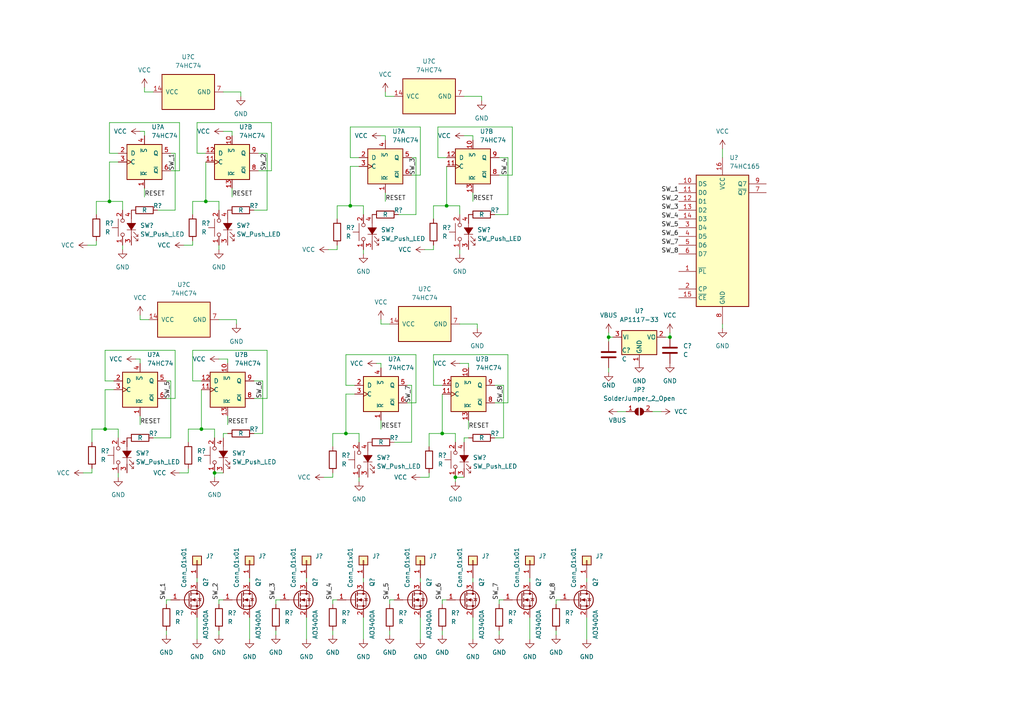
<source format=kicad_sch>
(kicad_sch (version 20211123) (generator eeschema)
  (paper "A4")
  (lib_symbols
    (symbol "74xx:74HC165"
      (property "Reference" "U" (at -7.62 19.05 0))
      (property "Value" "74HC165" (at -7.62 -21.59 0))
      (symbol "74HC165_1_0"
        (pin input line (at -12.7 -10.16 0) (length 5.08) (name "~{PL}") (number "1"))
        (pin input line (at -12.7 15.24 0) (length 5.08) (name "DS") (number "10"))
        (pin input line (at -12.7 12.7 0) (length 5.08) (name "D0") (number "11"))
        (pin input line (at -12.7 10.16 0) (length 5.08) (name "D1") (number "12"))
        (pin input line (at -12.7 7.62 0) (length 5.08) (name "D2") (number "13"))
        (pin input line (at -12.7 5.08 0) (length 5.08) (name "D3") (number "14"))
        (pin input line (at -12.7 -17.78 0) (length 5.08) (name "~{CE}") (number "15"))
        (pin power_in line (at 0 22.86 270) (length 5.08) (name "VCC") (number "16"))
        (pin input line (at -12.7 -15.24 0) (length 5.08) (name "CP") (number "2"))
        (pin input line (at -12.7 2.54 0) (length 5.08) (name "D4") (number "3"))
        (pin input line (at -12.7 0 0) (length 5.08) (name "D5") (number "4"))
        (pin input line (at -12.7 -2.54 0) (length 5.08) (name "D6") (number "5"))
        (pin input line (at -12.7 -5.08 0) (length 5.08) (name "D7") (number "6"))
        (pin output line (at 12.7 12.7 180) (length 5.08) (name "~{Q7}") (number "7"))
        (pin power_in line (at 0 -25.4 90) (length 5.08) (name "GND") (number "8"))
        (pin output line (at 12.7 15.24 180) (length 5.08) (name "Q7") (number "9"))
      )
      (symbol "74HC165_1_1"
        (rectangle (start -7.62 17.78) (end 7.62 -20.32) (stroke (width 0.254)) (fill (type background)))
      )
    )
    (symbol "74xx:74HC74" (pin_names (offset 1.016))
      (property "Reference" "U" (at -7.62 8.89 0))
      (property "Value" "74HC74" (at -7.62 -8.89 0))
      (symbol "74HC74_1_0"
        (pin input line (at 0 -7.62 90) (length 2.54) (name "~{R}") (number "1"))
        (pin input line (at -7.62 2.54 0) (length 2.54) (name "D") (number "2"))
        (pin input clock (at -7.62 0 0) (length 2.54) (name "C") (number "3"))
        (pin input line (at 0 7.62 270) (length 2.54) (name "~{S}") (number "4"))
        (pin output line (at 7.62 2.54 180) (length 2.54) (name "Q") (number "5"))
        (pin output line (at 7.62 -2.54 180) (length 2.54) (name "~{Q}") (number "6"))
      )
      (symbol "74HC74_1_1"
        (rectangle (start -5.08 5.08) (end 5.08 -5.08) (stroke (width 0.254)) (fill (type background)))
      )
      (symbol "74HC74_2_0"
        (pin input line (at 0 7.62 270) (length 2.54) (name "~{S}") (number "10"))
        (pin input clock (at -7.62 0 0) (length 2.54) (name "C") (number "11"))
        (pin input line (at -7.62 2.54 0) (length 2.54) (name "D") (number "12"))
        (pin input line (at 0 -7.62 90) (length 2.54) (name "~{R}") (number "13"))
        (pin output line (at 7.62 -2.54 180) (length 2.54) (name "~{Q}") (number "8"))
        (pin output line (at 7.62 2.54 180) (length 2.54) (name "Q") (number "9"))
      )
      (symbol "74HC74_2_1"
        (rectangle (start -5.08 5.08) (end 5.08 -5.08) (stroke (width 0.254)) (fill (type background)))
      )
      (symbol "74HC74_3_0"
        (pin power_in line (at 0 10.16 270) (length 2.54) (name "VCC") (number "14"))
        (pin power_in line (at 0 -10.16 90) (length 2.54) (name "GND") (number "7"))
      )
      (symbol "74HC74_3_1"
        (rectangle (start -5.08 7.62) (end 5.08 -7.62) (stroke (width 0.254)) (fill (type background)))
      )
    )
    (symbol "Connector_Generic:Conn_01x01" (pin_names (offset 1.016) hide)
      (property "Reference" "J" (at 0 2.54 0))
      (property "Value" "Conn_01x01" (at 0 -2.54 0))
      (symbol "Conn_01x01_1_1"
        (rectangle (start -1.27 0.127) (end 0 -0.127) (stroke (width 0.1524)))
        (rectangle (start -1.27 1.27) (end 1.27 -1.27) (stroke (width 0.254)) (fill (type background)))
        (pin passive line (at -5.08 0 0) (length 3.81) (name "Pin_1") (number "1"))
      )
    )
    (symbol "Device:C" (pin_numbers hide) (pin_names (offset 0.254))
      (property "Reference" "C" (at 0.635 2.54 0))
      (property "Value" "C" (at 0.635 -2.54 0))
      (symbol "C_0_1"
        (polyline (pts (xy -2.032 -0.762) (xy 2.032 -0.762)) (stroke (width 0.508)))
        (polyline (pts (xy -2.032 0.762) (xy 2.032 0.762)) (stroke (width 0.508)))
      )
      (symbol "C_1_1"
        (pin passive line (at 0 3.81 270) (length 2.794) (name "~") (number "1"))
        (pin passive line (at 0 -3.81 90) (length 2.794) (name "~") (number "2"))
      )
    )
    (symbol "Device:R" (pin_numbers hide) (pin_names (offset 0))
      (property "Reference" "R" (at 2.032 0 90))
      (property "Value" "R" (at 0 0 90))
      (symbol "R_0_1"
        (rectangle (start -1.016 -2.54) (end 1.016 2.54) (stroke (width 0.254)))
      )
      (symbol "R_1_1"
        (pin passive line (at 0 3.81 270) (length 1.27) (name "~") (number "1"))
        (pin passive line (at 0 -3.81 90) (length 1.27) (name "~") (number "2"))
      )
    )
    (symbol "Jumper:SolderJumper_2_Open" (pin_names (offset 0) hide)
      (property "Reference" "JP" (at 0 2.032 0))
      (property "Value" "SolderJumper_2_Open" (at 0 -2.54 0))
      (symbol "SolderJumper_2_Open_0_1"
        (arc (start -0.254 1.016) (mid -1.27 0) (end -0.254 -1.016))
        (arc (start -0.254 1.016) (mid -1.27 0) (end -0.254 -1.016) (fill (type outline)))
        (polyline (pts (xy -0.254 1.016) (xy -0.254 -1.016)))
        (polyline (pts (xy 0.254 1.016) (xy 0.254 -1.016)))
        (arc (start 0.254 -1.016) (mid 1.27 0) (end 0.254 1.016))
        (arc (start 0.254 -1.016) (mid 1.27 0) (end 0.254 1.016) (fill (type outline)))
      )
      (symbol "SolderJumper_2_Open_1_1"
        (pin passive line (at -3.81 0 0) (length 2.54) (name "A") (number "1"))
        (pin passive line (at 3.81 0 180) (length 2.54) (name "B") (number "2"))
      )
    )
    (symbol "Regulator_Linear:AP1117-33" (pin_names (offset 0.254))
      (property "Reference" "U" (at -3.81 3.175 0))
      (property "Value" "AP1117-33" (at 0 3.175 0))
      (symbol "AP1117-33_0_1"
        (rectangle (start -5.08 -5.08) (end 5.08 1.905) (stroke (width 0.254)) (fill (type background)))
      )
      (symbol "AP1117-33_1_1"
        (pin power_in line (at 0 -7.62 90) (length 2.54) (name "GND") (number "1"))
        (pin power_out line (at 7.62 0 180) (length 2.54) (name "VO") (number "2"))
        (pin power_in line (at -7.62 0 0) (length 2.54) (name "VI") (number "3"))
      )
    )
    (symbol "Switch:SW_Push_LED" (pin_names (offset 1.016) hide)
      (property "Reference" "SW" (at 0.635 5.715 0))
      (property "Value" "SW_Push_LED" (at 0 -3.175 0))
      (symbol "SW_Push_LED_0_0"
        (polyline (pts (xy -3.81 -1.905) (xy -2.54 -0.635)))
        (polyline (pts (xy -2.54 -1.905) (xy -1.27 -0.635)))
        (polyline (pts (xy -2.54 0) (xy 2.54 0)))
        (polyline (pts (xy -0.635 1.27) (xy -0.635 -1.27)))
        (polyline (pts (xy -3.81 -1.27) (xy -3.81 -1.905) (xy -3.175 -1.905)))
        (polyline (pts (xy -2.54 -1.27) (xy -2.54 -1.905) (xy -1.905 -1.905)))
        (polyline (pts (xy -0.635 0) (xy 1.27 1.27) (xy 1.27 -1.27) (xy -0.635 0)) (fill (type outline)))
      )
      (symbol "SW_Push_LED_0_1"
        (circle (center -2.032 2.54) (radius 0.508))
        (polyline (pts (xy 0 3.81) (xy 0 5.588)))
        (polyline (pts (xy 2.54 3.81) (xy -2.54 3.81)))
        (circle (center 2.032 2.54) (radius 0.508))
        (pin passive line (at -5.08 2.54 0) (length 2.54) (name "1") (number "1"))
        (pin passive line (at 5.08 2.54 180) (length 2.54) (name "2") (number "2"))
        (pin passive line (at -5.08 0 0) (length 2.54) (name "K") (number "3"))
        (pin passive line (at 5.08 0 180) (length 2.54) (name "A") (number "4"))
      )
    )
    (symbol "Transistor_FET:AO3400A" (pin_names hide)
      (property "Reference" "Q" (at 5.08 1.905 0))
      (property "Value" "AO3400A" (at 5.08 0 0))
      (symbol "AO3400A_0_1"
        (polyline (pts (xy 0.254 0) (xy -2.54 0)))
        (polyline (pts (xy 0.254 1.905) (xy 0.254 -1.905)) (stroke (width 0.254)))
        (polyline (pts (xy 0.762 -1.27) (xy 0.762 -2.286)) (stroke (width 0.254)))
        (polyline (pts (xy 0.762 0.508) (xy 0.762 -0.508)) (stroke (width 0.254)))
        (polyline (pts (xy 0.762 2.286) (xy 0.762 1.27)) (stroke (width 0.254)))
        (polyline (pts (xy 2.54 2.54) (xy 2.54 1.778)))
        (polyline (pts (xy 2.54 -2.54) (xy 2.54 0) (xy 0.762 0)))
        (polyline (pts (xy 0.762 -1.778) (xy 3.302 -1.778) (xy 3.302 1.778) (xy 0.762 1.778)))
        (polyline (pts (xy 1.016 0) (xy 2.032 0.381) (xy 2.032 -0.381) (xy 1.016 0)) (fill (type outline)))
        (polyline (pts (xy 2.794 0.508) (xy 2.921 0.381) (xy 3.683 0.381) (xy 3.81 0.254)))
        (polyline (pts (xy 3.302 0.381) (xy 2.921 -0.254) (xy 3.683 -0.254) (xy 3.302 0.381)))
        (circle (center 1.651 0) (radius 2.794) (stroke (width 0.254)))
        (circle (center 2.54 -1.778) (radius 0.254) (fill (type outline)))
        (circle (center 2.54 1.778) (radius 0.254) (fill (type outline)))
      )
      (symbol "AO3400A_1_1"
        (pin input line (at -5.08 0 0) (length 2.54) (name "G") (number "1"))
        (pin passive line (at 2.54 -5.08 90) (length 2.54) (name "S") (number "2"))
        (pin passive line (at 2.54 5.08 270) (length 2.54) (name "D") (number "3"))
      )
    )
    (symbol "power:GND" (power) (pin_names (offset 0))
      (property "Value" "GND" (at 0 -3.81 0))
      (symbol "GND_0_1"
        (polyline (pts (xy 0 0) (xy 0 -1.27) (xy 1.27 -1.27) (xy 0 -2.54) (xy -1.27 -1.27) (xy 0 -1.27)))
      )
      (symbol "GND_1_1"
        (pin power_in line (at 0 0 270) (length 0) hide (name "GND") (number "1"))
      )
    )
    (symbol "power:VBUS" (power) (pin_names (offset 0))
      (property "Value" "VBUS" (at 0 3.81 0))
      (symbol "VBUS_0_1"
        (polyline (pts (xy -0.762 1.27) (xy 0 2.54)))
        (polyline (pts (xy 0 0) (xy 0 2.54)))
        (polyline (pts (xy 0 2.54) (xy 0.762 1.27)))
      )
      (symbol "VBUS_1_1"
        (pin power_in line (at 0 0 90) (length 0) hide (name "VBUS") (number "1"))
      )
    )
    (symbol "power:VCC" (power) (pin_names (offset 0))
      (property "Value" "VCC" (at 0 3.81 0))
      (symbol "VCC_0_1"
        (polyline (pts (xy -0.762 1.27) (xy 0 2.54)))
        (polyline (pts (xy 0 0) (xy 0 2.54)))
        (polyline (pts (xy 0 2.54) (xy 0.762 1.27)))
      )
      (symbol "VCC_1_1"
        (pin power_in line (at 0 0 90) (length 0) hide (name "VCC") (number "1"))
      )
    )
  )
  (junction (at 101.6 59.69))
  (junction (at 194.31 97.79))
  (junction (at 129.54 59.69))
  (junction (at 62.23 137.16))
  (junction (at 58.42 124.46))
  (junction (at 128.27 125.73))
  (junction (at 100.33 125.73))
  (junction (at 59.69 58.42))
  (junction (at 176.53 97.79))
  (junction (at 132.08 138.43))
  (junction (at 30.48 124.46))
  (junction (at 31.75 58.42))
  (wire (pts (xy 88.9 167.64) (xy 88.9 168.91)))
  (wire (pts (xy 58.42 124.46) (xy 62.23 124.46)))
  (wire (pts (xy 144.78 173.99) (xy 146.05 173.99)))
  (wire (pts (xy 55.88 71.12) (xy 55.88 69.85)))
  (wire (pts (xy 143.51 62.23) (xy 147.32 62.23)))
  (wire (pts (xy 49.53 49.53) (xy 52.07 49.53)))
  (wire (pts (xy 119.38 45.72) (xy 120.65 45.72)))
  (wire (pts (xy 63.5 173.99) (xy 64.77 173.99)))
  (wire (pts (xy 41.91 25.4) (xy 41.91 26.67)))
  (wire (pts (xy 120.65 102.87) (xy 100.33 102.87)))
  (wire (pts (xy 59.69 58.42) (xy 59.69 46.99)))
  (wire (pts (xy 73.66 115.57) (xy 77.47 115.57)))
  (wire (pts (xy 80.01 175.26) (xy 80.01 173.99)))
  (wire (pts (xy 120.65 62.23) (xy 120.65 45.72)))
  (wire (pts (xy 113.03 182.88) (xy 113.03 184.15)))
  (wire (pts (xy 115.57 62.23) (xy 120.65 62.23)))
  (wire (pts (xy 135.89 121.92) (xy 135.89 124.46)))
  (wire (pts (xy 57.15 35.56) (xy 57.15 44.45)))
  (wire (pts (xy 49.53 127) (xy 49.53 110.49)))
  (wire (pts (xy 176.53 106.68) (xy 176.53 107.95)))
  (wire (pts (xy 113.03 173.99) (xy 114.3 173.99)))
  (wire (pts (xy 26.67 137.16) (xy 26.67 135.89)))
  (wire (pts (xy 121.92 50.8) (xy 121.92 36.83)))
  (wire (pts (xy 31.75 35.56) (xy 31.75 44.45)))
  (wire (pts (xy 138.43 95.25) (xy 138.43 93.98)))
  (wire (pts (xy 26.67 128.27) (xy 26.67 124.46)))
  (wire (pts (xy 134.62 39.37) (xy 137.16 39.37)))
  (wire (pts (xy 54.61 137.16) (xy 54.61 135.89)))
  (wire (pts (xy 62.23 137.16) (xy 64.77 137.16)))
  (wire (pts (xy 93.98 138.43) (xy 96.52 138.43)))
  (wire (pts (xy 143.51 116.84) (xy 147.32 116.84)))
  (wire (pts (xy 49.53 44.45) (xy 50.8 44.45)))
  (wire (pts (xy 59.69 58.42) (xy 63.5 58.42)))
  (wire (pts (xy 110.49 105.41) (xy 110.49 106.68)))
  (wire (pts (xy 121.92 36.83) (xy 101.6 36.83)))
  (wire (pts (xy 34.29 137.16) (xy 34.29 138.43)))
  (wire (pts (xy 64.77 125.73) (xy 66.04 125.73)))
  (wire (pts (xy 50.8 101.6) (xy 30.48 101.6)))
  (wire (pts (xy 153.67 167.64) (xy 153.67 168.91)))
  (wire (pts (xy 45.72 60.96) (xy 50.8 60.96)))
  (wire (pts (xy 41.91 26.67) (xy 44.45 26.67)))
  (wire (pts (xy 176.53 96.52) (xy 176.53 97.79)))
  (wire (pts (xy 110.49 39.37) (xy 111.76 39.37)))
  (wire (pts (xy 133.35 72.39) (xy 133.35 73.66)))
  (wire (pts (xy 24.13 137.16) (xy 26.67 137.16)))
  (wire (pts (xy 40.64 91.44) (xy 40.64 92.71)))
  (wire (pts (xy 105.41 179.07) (xy 105.41 185.42)))
  (wire (pts (xy 54.61 124.46) (xy 58.42 124.46)))
  (wire (pts (xy 176.53 97.79) (xy 176.53 99.06)))
  (wire (pts (xy 40.64 104.14) (xy 40.64 105.41)))
  (wire (pts (xy 77.47 60.96) (xy 77.47 44.45)))
  (wire (pts (xy 148.59 50.8) (xy 148.59 36.83)))
  (wire (pts (xy 67.31 38.1) (xy 67.31 39.37)))
  (wire (pts (xy 110.49 121.92) (xy 110.49 124.46)))
  (wire (pts (xy 34.29 124.46) (xy 34.29 127)))
  (wire (pts (xy 119.38 128.27) (xy 119.38 111.76)))
  (wire (pts (xy 137.16 39.37) (xy 137.16 40.64)))
  (wire (pts (xy 121.92 167.64) (xy 121.92 168.91)))
  (wire (pts (xy 137.16 167.64) (xy 137.16 168.91)))
  (wire (pts (xy 78.74 49.53) (xy 78.74 35.56)))
  (wire (pts (xy 134.62 127) (xy 135.89 127)))
  (wire (pts (xy 125.73 102.87) (xy 125.73 111.76)))
  (wire (pts (xy 41.91 38.1) (xy 41.91 39.37)))
  (wire (pts (xy 179.07 119.38) (xy 181.61 119.38)))
  (wire (pts (xy 78.74 35.56) (xy 57.15 35.56)))
  (wire (pts (xy 50.8 115.57) (xy 50.8 101.6)))
  (wire (pts (xy 125.73 63.5) (xy 125.73 59.69)))
  (wire (pts (xy 101.6 48.26) (xy 104.14 48.26)))
  (wire (pts (xy 101.6 59.69) (xy 105.41 59.69)))
  (wire (pts (xy 120.65 116.84) (xy 120.65 102.87)))
  (wire (pts (xy 132.08 138.43) (xy 132.08 139.7)))
  (wire (pts (xy 125.73 111.76) (xy 128.27 111.76)))
  (wire (pts (xy 111.76 55.88) (xy 111.76 58.42)))
  (wire (pts (xy 96.52 173.99) (xy 97.79 173.99)))
  (wire (pts (xy 68.58 92.71) (xy 63.5 92.71)))
  (wire (pts (xy 35.56 71.12) (xy 35.56 72.39)))
  (wire (pts (xy 97.79 72.39) (xy 97.79 71.12)))
  (wire (pts (xy 111.76 39.37) (xy 111.76 40.64)))
  (wire (pts (xy 69.85 26.67) (xy 64.77 26.67)))
  (wire (pts (xy 105.41 59.69) (xy 105.41 62.23)))
  (wire (pts (xy 101.6 45.72) (xy 104.14 45.72)))
  (wire (pts (xy 111.76 27.94) (xy 114.3 27.94)))
  (wire (pts (xy 50.8 60.96) (xy 50.8 44.45)))
  (wire (pts (xy 40.64 120.65) (xy 40.64 123.19)))
  (wire (pts (xy 52.07 49.53) (xy 52.07 35.56)))
  (wire (pts (xy 40.64 38.1) (xy 41.91 38.1)))
  (wire (pts (xy 72.39 179.07) (xy 72.39 185.42)))
  (wire (pts (xy 48.26 173.99) (xy 49.53 173.99)))
  (wire (pts (xy 30.48 113.03) (xy 33.02 113.03)))
  (wire (pts (xy 27.94 71.12) (xy 27.94 69.85)))
  (wire (pts (xy 76.2 110.49) (xy 76.2 125.73)))
  (wire (pts (xy 114.3 128.27) (xy 119.38 128.27)))
  (wire (pts (xy 123.19 72.39) (xy 125.73 72.39)))
  (wire (pts (xy 100.33 125.73) (xy 104.14 125.73)))
  (wire (pts (xy 44.45 127) (xy 49.53 127)))
  (wire (pts (xy 30.48 124.46) (xy 34.29 124.46)))
  (wire (pts (xy 26.67 124.46) (xy 30.48 124.46)))
  (wire (pts (xy 35.56 58.42) (xy 35.56 60.96)))
  (wire (pts (xy 133.35 105.41) (xy 135.89 105.41)))
  (wire (pts (xy 121.92 179.07) (xy 121.92 185.42)))
  (wire (pts (xy 73.66 110.49) (xy 76.2 110.49)))
  (wire (pts (xy 153.67 179.07) (xy 153.67 185.42)))
  (wire (pts (xy 77.47 115.57) (xy 77.47 101.6)))
  (wire (pts (xy 80.01 182.88) (xy 80.01 184.15)))
  (wire (pts (xy 125.73 72.39) (xy 125.73 71.12)))
  (wire (pts (xy 27.94 62.23) (xy 27.94 58.42)))
  (wire (pts (xy 146.05 111.76) (xy 146.05 127)))
  (wire (pts (xy 144.78 50.8) (xy 148.59 50.8)))
  (wire (pts (xy 147.32 102.87) (xy 125.73 102.87)))
  (wire (pts (xy 139.7 29.21) (xy 139.7 27.94)))
  (wire (pts (xy 118.11 111.76) (xy 119.38 111.76)))
  (wire (pts (xy 139.7 27.94) (xy 134.62 27.94)))
  (wire (pts (xy 31.75 58.42) (xy 35.56 58.42)))
  (wire (pts (xy 109.22 105.41) (xy 110.49 105.41)))
  (wire (pts (xy 148.59 36.83) (xy 127 36.83)))
  (wire (pts (xy 138.43 93.98) (xy 133.35 93.98)))
  (wire (pts (xy 55.88 110.49) (xy 58.42 110.49)))
  (wire (pts (xy 30.48 124.46) (xy 30.48 113.03)))
  (wire (pts (xy 66.04 104.14) (xy 66.04 105.41)))
  (wire (pts (xy 76.2 125.73) (xy 73.66 125.73)))
  (wire (pts (xy 48.26 110.49) (xy 49.53 110.49)))
  (wire (pts (xy 161.29 173.99) (xy 162.56 173.99)))
  (wire (pts (xy 74.93 49.53) (xy 78.74 49.53)))
  (wire (pts (xy 67.31 54.61) (xy 67.31 57.15)))
  (wire (pts (xy 128.27 175.26) (xy 128.27 173.99)))
  (wire (pts (xy 113.03 175.26) (xy 113.03 173.99)))
  (wire (pts (xy 95.25 72.39) (xy 97.79 72.39)))
  (wire (pts (xy 31.75 46.99) (xy 34.29 46.99)))
  (wire (pts (xy 74.93 44.45) (xy 77.47 44.45)))
  (wire (pts (xy 111.76 26.67) (xy 111.76 27.94)))
  (wire (pts (xy 100.33 102.87) (xy 100.33 111.76)))
  (wire (pts (xy 48.26 182.88) (xy 48.26 184.15)))
  (wire (pts (xy 96.52 138.43) (xy 96.52 137.16)))
  (wire (pts (xy 176.53 97.79) (xy 177.8 97.79)))
  (wire (pts (xy 31.75 44.45) (xy 34.29 44.45)))
  (wire (pts (xy 52.07 137.16) (xy 54.61 137.16)))
  (wire (pts (xy 134.62 128.27) (xy 134.62 127)))
  (wire (pts (xy 96.52 129.54) (xy 96.52 125.73)))
  (wire (pts (xy 64.77 127) (xy 64.77 125.73)))
  (wire (pts (xy 101.6 36.83) (xy 101.6 45.72)))
  (wire (pts (xy 105.41 167.64) (xy 105.41 168.91)))
  (wire (pts (xy 124.46 129.54) (xy 124.46 125.73)))
  (wire (pts (xy 100.33 125.73) (xy 100.33 114.3)))
  (wire (pts (xy 96.52 175.26) (xy 96.52 173.99)))
  (wire (pts (xy 31.75 58.42) (xy 31.75 46.99)))
  (wire (pts (xy 124.46 125.73) (xy 128.27 125.73)))
  (wire (pts (xy 147.32 62.23) (xy 147.32 45.72)))
  (wire (pts (xy 110.49 92.71) (xy 110.49 93.98)))
  (wire (pts (xy 144.78 45.72) (xy 147.32 45.72)))
  (wire (pts (xy 105.41 72.39) (xy 105.41 73.66)))
  (wire (pts (xy 63.5 175.26) (xy 63.5 173.99)))
  (wire (pts (xy 68.58 93.98) (xy 68.58 92.71)))
  (wire (pts (xy 129.54 59.69) (xy 129.54 48.26)))
  (wire (pts (xy 194.31 96.52) (xy 194.31 97.79)))
  (wire (pts (xy 97.79 63.5) (xy 97.79 59.69)))
  (wire (pts (xy 62.23 137.16) (xy 62.23 138.43)))
  (wire (pts (xy 25.4 71.12) (xy 27.94 71.12)))
  (wire (pts (xy 80.01 173.99) (xy 81.28 173.99)))
  (wire (pts (xy 63.5 58.42) (xy 63.5 60.96)))
  (wire (pts (xy 97.79 59.69) (xy 101.6 59.69)))
  (wire (pts (xy 55.88 101.6) (xy 55.88 110.49)))
  (wire (pts (xy 69.85 27.94) (xy 69.85 26.67)))
  (wire (pts (xy 48.26 175.26) (xy 48.26 173.99)))
  (wire (pts (xy 101.6 59.69) (xy 101.6 48.26)))
  (wire (pts (xy 55.88 58.42) (xy 59.69 58.42)))
  (wire (pts (xy 100.33 111.76) (xy 102.87 111.76)))
  (wire (pts (xy 96.52 125.73) (xy 100.33 125.73)))
  (wire (pts (xy 30.48 110.49) (xy 33.02 110.49)))
  (wire (pts (xy 128.27 173.99) (xy 129.54 173.99)))
  (wire (pts (xy 121.92 138.43) (xy 124.46 138.43)))
  (wire (pts (xy 143.51 111.76) (xy 146.05 111.76)))
  (wire (pts (xy 53.34 71.12) (xy 55.88 71.12)))
  (wire (pts (xy 119.38 50.8) (xy 121.92 50.8)))
  (wire (pts (xy 52.07 35.56) (xy 31.75 35.56)))
  (wire (pts (xy 40.64 92.71) (xy 43.18 92.71)))
  (wire (pts (xy 161.29 182.88) (xy 161.29 184.15)))
  (wire (pts (xy 127 45.72) (xy 129.54 45.72)))
  (wire (pts (xy 133.35 59.69) (xy 133.35 62.23)))
  (wire (pts (xy 144.78 182.88) (xy 144.78 184.15)))
  (wire (pts (xy 209.55 93.98) (xy 209.55 95.25)))
  (wire (pts (xy 27.94 58.42) (xy 31.75 58.42)))
  (wire (pts (xy 137.16 179.07) (xy 137.16 185.42)))
  (wire (pts (xy 63.5 182.88) (xy 63.5 184.15)))
  (wire (pts (xy 194.31 97.79) (xy 193.04 97.79)))
  (wire (pts (xy 77.47 101.6) (xy 55.88 101.6)))
  (wire (pts (xy 100.33 114.3) (xy 102.87 114.3)))
  (wire (pts (xy 57.15 167.64) (xy 57.15 168.91)))
  (wire (pts (xy 144.78 175.26) (xy 144.78 173.99)))
  (wire (pts (xy 54.61 128.27) (xy 54.61 124.46)))
  (wire (pts (xy 110.49 93.98) (xy 113.03 93.98)))
  (wire (pts (xy 57.15 44.45) (xy 59.69 44.45)))
  (wire (pts (xy 39.37 104.14) (xy 40.64 104.14)))
  (wire (pts (xy 118.11 116.84) (xy 120.65 116.84)))
  (wire (pts (xy 146.05 127) (xy 143.51 127)))
  (wire (pts (xy 124.46 138.43) (xy 124.46 137.16)))
  (wire (pts (xy 104.14 125.73) (xy 104.14 128.27)))
  (wire (pts (xy 161.29 175.26) (xy 161.29 173.99)))
  (wire (pts (xy 58.42 124.46) (xy 58.42 113.03)))
  (wire (pts (xy 104.14 138.43) (xy 104.14 139.7)))
  (wire (pts (xy 96.52 182.88) (xy 96.52 184.15)))
  (wire (pts (xy 128.27 182.88) (xy 128.27 184.15)))
  (wire (pts (xy 137.16 55.88) (xy 137.16 58.42)))
  (wire (pts (xy 129.54 59.69) (xy 133.35 59.69)))
  (wire (pts (xy 73.66 60.96) (xy 77.47 60.96)))
  (wire (pts (xy 128.27 125.73) (xy 128.27 114.3)))
  (wire (pts (xy 189.23 119.38) (xy 191.77 119.38)))
  (wire (pts (xy 135.89 105.41) (xy 135.89 106.68)))
  (wire (pts (xy 41.91 54.61) (xy 41.91 57.15)))
  (wire (pts (xy 63.5 71.12) (xy 63.5 72.39)))
  (wire (pts (xy 170.18 167.64) (xy 170.18 168.91)))
  (wire (pts (xy 125.73 59.69) (xy 129.54 59.69)))
  (wire (pts (xy 48.26 115.57) (xy 50.8 115.57)))
  (wire (pts (xy 55.88 62.23) (xy 55.88 58.42)))
  (wire (pts (xy 72.39 167.64) (xy 72.39 168.91)))
  (wire (pts (xy 127 36.83) (xy 127 45.72)))
  (wire (pts (xy 147.32 116.84) (xy 147.32 102.87)))
  (wire (pts (xy 63.5 104.14) (xy 66.04 104.14)))
  (wire (pts (xy 57.15 179.07) (xy 57.15 185.42)))
  (wire (pts (xy 128.27 125.73) (xy 132.08 125.73)))
  (wire (pts (xy 88.9 179.07) (xy 88.9 185.42)))
  (wire (pts (xy 132.08 138.43) (xy 134.62 138.43)))
  (wire (pts (xy 64.77 38.1) (xy 67.31 38.1)))
  (wire (pts (xy 66.04 120.65) (xy 66.04 123.19)))
  (wire (pts (xy 30.48 101.6) (xy 30.48 110.49)))
  (wire (pts (xy 209.55 43.18) (xy 209.55 45.72)))
  (wire (pts (xy 132.08 125.73) (xy 132.08 128.27)))
  (wire (pts (xy 62.23 124.46) (xy 62.23 127)))
  (wire (pts (xy 170.18 179.07) (xy 170.18 185.42)))
  (label "SW_4" (at 147.32 45.72 270))
  (label "SW_2" (at 63.5 173.99 90))
  (label "RESET" (at 135.89 124.46 0))
  (label "SW_7" (at 196.85 71.12 180))
  (label "RESET" (at 40.64 123.19 0))
  (label "SW_3" (at 196.85 60.96 180))
  (label "SW_5" (at 113.03 173.99 90))
  (label "SW_6" (at 128.27 173.99 90))
  (label "RESET" (at 110.49 124.46 0))
  (label "SW_4" (at 96.52 173.99 90))
  (label "SW_3" (at 80.01 173.99 90))
  (label "RESET" (at 67.31 57.15 0))
  (label "SW_5" (at 49.53 110.49 270))
  (label "RESET" (at 66.04 123.19 0))
  (label "SW_6" (at 76.2 110.49 270))
  (label "SW_2" (at 77.47 44.45 270))
  (label "SW_1" (at 50.8 44.45 270))
  (label "SW_6" (at 196.85 68.58 180))
  (label "SW_4" (at 196.85 63.5 180))
  (label "SW_1" (at 48.26 173.99 90))
  (label "SW_2" (at 196.85 58.42 180))
  (label "RESET" (at 41.91 57.15 0))
  (label "SW_5" (at 196.85 66.04 180))
  (label "SW_3" (at 120.65 45.72 270))
  (label "SW_8" (at 196.85 73.66 180))
  (label "RESET" (at 137.16 58.42 0))
  (label "RESET" (at 111.76 58.42 0))
  (label "SW_7" (at 119.38 111.76 270))
  (label "SW_8" (at 146.05 111.76 270))
  (label "SW_1" (at 196.85 55.88 180))
  (label "SW_8" (at 161.29 173.99 90))
  (label "SW_7" (at 144.78 173.99 90))
  (symbol (lib_id "Device:R") (at 139.7 62.23 90) (unit 1)
    (property "Reference" "R?" (at 143.51 60.96 90))
    (property "Value" "R" (at 139.7 62.23 90))
  )
  (symbol (lib_id "Device:R") (at 113.03 179.07 0) (unit 1)
    (property "Reference" "R?" (at 115.57 177.7999 0) (effects (justify left)))
    (property "Value" "R" (at 115.57 180.3399 0) (effects (justify left)))
  )
  (symbol (lib_id "Device:R") (at 48.26 179.07 0) (unit 1)
    (property "Reference" "R?" (at 50.8 177.7999 0) (effects (justify left)))
    (property "Value" "R" (at 50.8 180.3399 0) (effects (justify left)))
  )
  (symbol (lib_id "Device:R") (at 69.85 60.96 90) (unit 1)
    (property "Reference" "R?" (at 73.66 59.69 90))
    (property "Value" "R" (at 69.85 60.96 90))
  )
  (symbol (lib_id "Switch:SW_Push_LED") (at 107.95 67.31 90) (unit 1)
    (property "Reference" "SW?" (at 110.49 66.6749 90) (effects (justify right)))
    (property "Value" "SW_Push_LED" (at 110.49 69.2149 90) (effects (justify right)))
  )
  (symbol (lib_id "power:GND") (at 170.18 185.42 0) (unit 1)
    (property "Reference" "#PWR?" (effects hide))
    (property "Value" "GND" (at 170.18 190.5 0))
  )
  (symbol (lib_id "Transistor_FET:AO3400A") (at 167.64 173.99 0) (unit 1)
    (property "Reference" "Q?" (at 172.72 170.18 90) (effects (justify left)))
    (property "Value" "AO3400A" (at 172.72 185.42 90) (effects (justify left)))
    (property "Footprint" "Package_TO_SOT_SMD:SOT-23" (effects hide))
    (property "Datasheet" "http://www.aosmd.com/pdfs/datasheet/AO3400A.pdf" (effects hide))
  )
  (symbol (lib_id "Transistor_FET:AO3400A") (at 119.38 173.99 0) (unit 1)
    (property "Reference" "Q?" (at 124.46 170.18 90) (effects (justify left)))
    (property "Value" "AO3400A" (at 124.46 185.42 90) (effects (justify left)))
    (property "Footprint" "Package_TO_SOT_SMD:SOT-23" (effects hide))
    (property "Datasheet" "http://www.aosmd.com/pdfs/datasheet/AO3400A.pdf" (effects hide))
  )
  (symbol (lib_id "power:GND") (at 63.5 72.39 0) (unit 1)
    (property "Reference" "#PWR?" (effects hide))
    (property "Value" "GND" (at 63.5 77.47 0))
  )
  (symbol (lib_id "Device:R") (at 96.52 179.07 0) (unit 1)
    (property "Reference" "R?" (at 99.06 177.7999 0) (effects (justify left)))
    (property "Value" "R" (at 99.06 180.3399 0) (effects (justify left)))
  )
  (symbol (lib_id "power:VCC") (at 109.22 105.41 90) (unit 1)
    (property "Reference" "#PWR?" (effects hide))
    (property "Value" "VCC" (at 105.41 105.4099 90) (effects (justify left)))
  )
  (symbol (lib_id "Device:R") (at 80.01 179.07 0) (unit 1)
    (property "Reference" "R?" (at 82.55 177.7999 0) (effects (justify left)))
    (property "Value" "R" (at 82.55 180.3399 0) (effects (justify left)))
  )
  (symbol (lib_id "power:GND") (at 153.67 185.42 0) (unit 1)
    (property "Reference" "#PWR?" (effects hide))
    (property "Value" "GND" (at 153.67 190.5 0))
  )
  (symbol (lib_id "74xx:74HC74") (at 41.91 46.99 0) (unit 1)
    (property "Reference" "U?" (at 43.9294 36.83 0) (effects (justify left)))
    (property "Value" "74HC74" (at 43.9294 39.37 0) (effects (justify left)))
    (property "Datasheet" "74xx/74hc_hct74.pdf" (effects hide))
  )
  (symbol (lib_id "power:VCC") (at 134.62 39.37 90) (unit 1)
    (property "Reference" "#PWR?" (effects hide))
    (property "Value" "VCC" (at 130.81 39.3699 90) (effects (justify left)))
  )
  (symbol (lib_id "power:GND") (at 185.42 105.41 0) (unit 1)
    (property "Reference" "#PWR?" (effects hide))
    (property "Value" "GND" (at 185.42 110.49 0))
  )
  (symbol (lib_id "power:GND") (at 80.01 184.15 0) (unit 1)
    (property "Reference" "#PWR?" (effects hide))
    (property "Value" "GND" (at 80.01 189.23 0))
  )
  (symbol (lib_id "power:GND") (at 194.31 105.41 0) (unit 1)
    (property "Reference" "#PWR?" (effects hide))
    (property "Value" "GND" (at 194.31 110.49 0))
  )
  (symbol (lib_id "power:VCC") (at 25.4 71.12 90) (unit 1)
    (property "Reference" "#PWR?" (effects hide))
    (property "Value" "VCC" (at 21.59 71.1199 90) (effects (justify left)))
  )
  (symbol (lib_id "Transistor_FET:AO3400A") (at 86.36 173.99 0) (unit 1)
    (property "Reference" "Q?" (at 91.44 170.18 90) (effects (justify left)))
    (property "Value" "AO3400A" (at 91.44 185.42 90) (effects (justify left)))
    (property "Footprint" "Package_TO_SOT_SMD:SOT-23" (effects hide))
    (property "Datasheet" "http://www.aosmd.com/pdfs/datasheet/AO3400A.pdf" (effects hide))
  )
  (symbol (lib_id "power:VCC") (at 123.19 72.39 90) (unit 1)
    (property "Reference" "#PWR?" (effects hide))
    (property "Value" "VCC" (at 119.38 72.3899 90) (effects (justify left)))
  )
  (symbol (lib_id "Device:R") (at 97.79 67.31 0) (unit 1)
    (property "Reference" "R?" (at 100.33 66.0399 0) (effects (justify left)))
    (property "Value" "R" (at 100.33 68.5799 0) (effects (justify left)))
  )
  (symbol (lib_id "power:VCC") (at 40.64 91.44 0) (unit 1)
    (property "Reference" "#PWR?" (effects hide))
    (property "Value" "VCC" (at 40.64 86.36 0))
  )
  (symbol (lib_id "Jumper:SolderJumper_2_Open") (at 185.42 119.38 0) (unit 1)
    (property "Reference" "JP?" (at 185.42 113.03 0))
    (property "Value" "SolderJumper_2_Open" (at 185.42 115.57 0))
  )
  (symbol (lib_id "Device:R") (at 63.5 179.07 0) (unit 1)
    (property "Reference" "R?" (at 66.04 177.7999 0) (effects (justify left)))
    (property "Value" "R" (at 66.04 180.3399 0) (effects (justify left)))
  )
  (symbol (lib_id "power:VCC") (at 41.91 25.4 0) (unit 1)
    (property "Reference" "#PWR?" (effects hide))
    (property "Value" "VCC" (at 41.91 20.32 0))
  )
  (symbol (lib_id "power:GND") (at 96.52 184.15 0) (unit 1)
    (property "Reference" "#PWR?" (effects hide))
    (property "Value" "GND" (at 96.52 189.23 0))
  )
  (symbol (lib_id "Transistor_FET:AO3400A") (at 54.61 173.99 0) (unit 1)
    (property "Reference" "Q?" (at 59.69 170.18 90) (effects (justify left)))
    (property "Value" "AO3400A" (at 59.69 185.42 90) (effects (justify left)))
    (property "Footprint" "Package_TO_SOT_SMD:SOT-23" (effects hide))
    (property "Datasheet" "http://www.aosmd.com/pdfs/datasheet/AO3400A.pdf" (effects hide))
  )
  (symbol (lib_id "power:VCC") (at 133.35 105.41 90) (unit 1)
    (property "Reference" "#PWR?" (effects hide))
    (property "Value" "VCC" (at 129.54 105.4099 90) (effects (justify left)))
  )
  (symbol (lib_id "Switch:SW_Push_LED") (at 64.77 132.08 90) (unit 1)
    (property "Reference" "SW?" (at 67.31 131.4449 90) (effects (justify right)))
    (property "Value" "SW_Push_LED" (at 67.31 133.9849 90) (effects (justify right)))
  )
  (symbol (lib_id "power:GND") (at 128.27 184.15 0) (unit 1)
    (property "Reference" "#PWR?" (effects hide))
    (property "Value" "GND" (at 128.27 189.23 0))
  )
  (symbol (lib_id "Switch:SW_Push_LED") (at 106.68 133.35 90) (unit 1)
    (property "Reference" "SW?" (at 109.22 132.7149 90) (effects (justify right)))
    (property "Value" "SW_Push_LED" (at 109.22 135.2549 90) (effects (justify right)))
  )
  (symbol (lib_id "power:GND") (at 63.5 184.15 0) (unit 1)
    (property "Reference" "#PWR?" (effects hide))
    (property "Value" "GND" (at 63.5 189.23 0))
  )
  (symbol (lib_id "power:GND") (at 133.35 73.66 0) (unit 1)
    (property "Reference" "#PWR?" (effects hide))
    (property "Value" "GND" (at 133.35 78.74 0))
  )
  (symbol (lib_id "power:VCC") (at 52.07 137.16 90) (unit 1)
    (property "Reference" "#PWR?" (effects hide))
    (property "Value" "VCC" (at 48.26 137.1599 90) (effects (justify left)))
  )
  (symbol (lib_id "Device:C") (at 176.53 102.87 0) (unit 1)
    (property "Reference" "C?" (at 180.34 101.5999 0) (effects (justify left)))
    (property "Value" "C" (at 180.34 104.1399 0) (effects (justify left)))
  )
  (symbol (lib_id "power:VBUS") (at 179.07 119.38 90) (unit 1)
    (property "Reference" "#PWR?" (effects hide))
    (property "Value" "VBUS" (at 176.53 121.92 90) (effects (justify right)))
  )
  (symbol (lib_id "power:GND") (at 121.92 185.42 0) (unit 1)
    (property "Reference" "#PWR?" (effects hide))
    (property "Value" "GND" (at 121.92 190.5 0))
  )
  (symbol (lib_id "Regulator_Linear:AP1117-33") (at 185.42 97.79 0) (unit 1)
    (property "Reference" "U?" (at 185.42 90.17 0))
    (property "Value" "AP1117-33" (at 185.42 92.71 0))
    (property "Footprint" "Package_TO_SOT_SMD:SOT-223-3_TabPin2" (effects hide))
    (property "Datasheet" "http://www.diodes.com/datasheets/AP1117.pdf" (effects hide))
  )
  (symbol (lib_id "74xx:74HC165") (at 209.55 68.58 0) (unit 1)
    (property "Reference" "U?" (at 211.5694 45.72 0) (effects (justify left)))
    (property "Value" "74HC165" (at 211.5694 48.26 0) (effects (justify left)))
    (property "Datasheet" "https://assets.nexperia.com/documents/data-sheet/74HC_HCT165.pdf" (effects hide))
  )
  (symbol (lib_id "power:VCC") (at 209.55 43.18 0) (unit 1)
    (property "Reference" "#PWR?" (effects hide))
    (property "Value" "VCC" (at 209.55 38.1 0))
  )
  (symbol (lib_id "74xx:74HC74") (at 124.46 27.94 90) (unit 3)
    (property "Reference" "U?" (at 124.46 17.78 90))
    (property "Value" "74HC74" (at 124.46 20.32 90))
    (property "Datasheet" "74xx/74hc_hct74.pdf" (effects hide))
  )
  (symbol (lib_id "power:VCC") (at 111.76 26.67 0) (unit 1)
    (property "Reference" "#PWR?" (effects hide))
    (property "Value" "VCC" (at 111.76 21.59 0))
  )
  (symbol (lib_id "Device:R") (at 41.91 60.96 90) (unit 1)
    (property "Reference" "R?" (at 45.72 59.69 90))
    (property "Value" "R" (at 41.91 60.96 90))
  )
  (symbol (lib_id "Transistor_FET:AO3400A") (at 69.85 173.99 0) (unit 1)
    (property "Reference" "Q?" (at 74.93 170.18 90) (effects (justify left)))
    (property "Value" "AO3400A" (at 74.93 185.42 90) (effects (justify left)))
    (property "Footprint" "Package_TO_SOT_SMD:SOT-23" (effects hide))
    (property "Datasheet" "http://www.aosmd.com/pdfs/datasheet/AO3400A.pdf" (effects hide))
  )
  (symbol (lib_id "Connector_Generic:Conn_01x01") (at 72.39 162.56 90) (unit 1)
    (property "Reference" "J?" (at 74.93 161.2899 90) (effects (justify right)))
    (property "Value" "Conn_01x01" (at 68.58 158.75 0) (effects (justify right)))
  )
  (symbol (lib_id "Device:R") (at 128.27 179.07 0) (unit 1)
    (property "Reference" "R?" (at 130.81 177.7999 0) (effects (justify left)))
    (property "Value" "R" (at 130.81 180.3399 0) (effects (justify left)))
  )
  (symbol (lib_id "Device:R") (at 161.29 179.07 0) (unit 1)
    (property "Reference" "R?" (at 163.83 177.7999 0) (effects (justify left)))
    (property "Value" "R" (at 163.83 180.3399 0) (effects (justify left)))
  )
  (symbol (lib_id "power:GND") (at 35.56 72.39 0) (unit 1)
    (property "Reference" "#PWR?" (effects hide))
    (property "Value" "GND" (at 35.56 77.47 0))
  )
  (symbol (lib_id "power:VCC") (at 110.49 92.71 0) (unit 1)
    (property "Reference" "#PWR?" (effects hide))
    (property "Value" "VCC" (at 110.49 87.63 0))
  )
  (symbol (lib_id "Device:R") (at 96.52 133.35 0) (unit 1)
    (property "Reference" "R?" (at 99.06 132.0799 0) (effects (justify left)))
    (property "Value" "R" (at 99.06 134.6199 0) (effects (justify left)))
  )
  (symbol (lib_id "Transistor_FET:AO3400A") (at 151.13 173.99 0) (unit 1)
    (property "Reference" "Q?" (at 156.21 170.18 90) (effects (justify left)))
    (property "Value" "AO3400A" (at 156.21 185.42 90) (effects (justify left)))
    (property "Footprint" "Package_TO_SOT_SMD:SOT-23" (effects hide))
    (property "Datasheet" "http://www.aosmd.com/pdfs/datasheet/AO3400A.pdf" (effects hide))
  )
  (symbol (lib_id "power:VCC") (at 40.64 38.1 90) (unit 1)
    (property "Reference" "#PWR?" (effects hide))
    (property "Value" "VCC" (at 36.83 38.0999 90) (effects (justify left)))
  )
  (symbol (lib_id "74xx:74HC74") (at 137.16 48.26 0) (unit 2)
    (property "Reference" "U?" (at 139.1794 38.1 0) (effects (justify left)))
    (property "Value" "74HC74" (at 139.1794 40.64 0) (effects (justify left)))
    (property "Datasheet" "74xx/74hc_hct74.pdf" (effects hide))
  )
  (symbol (lib_id "Connector_Generic:Conn_01x01") (at 57.15 162.56 90) (unit 1)
    (property "Reference" "J?" (at 59.69 161.2899 90) (effects (justify right)))
    (property "Value" "Conn_01x01" (at 53.34 158.75 0) (effects (justify right)))
  )
  (symbol (lib_id "Device:R") (at 111.76 62.23 90) (unit 1)
    (property "Reference" "R?" (at 115.57 60.96 90))
    (property "Value" "R" (at 111.76 62.23 90))
  )
  (symbol (lib_id "74xx:74HC74") (at 66.04 113.03 0) (unit 2)
    (property "Reference" "U?" (at 68.0594 102.87 0) (effects (justify left)))
    (property "Value" "74HC74" (at 68.0594 105.41 0) (effects (justify left)))
    (property "Datasheet" "74xx/74hc_hct74.pdf" (effects hide))
  )
  (symbol (lib_id "Device:R") (at 54.61 132.08 0) (unit 1)
    (property "Reference" "R?" (at 57.15 130.8099 0) (effects (justify left)))
    (property "Value" "R" (at 57.15 133.3499 0) (effects (justify left)))
  )
  (symbol (lib_id "power:VCC") (at 93.98 138.43 90) (unit 1)
    (property "Reference" "#PWR?" (effects hide))
    (property "Value" "VCC" (at 90.17 138.4299 90) (effects (justify left)))
  )
  (symbol (lib_id "power:GND") (at 72.39 185.42 0) (unit 1)
    (property "Reference" "#PWR?" (effects hide))
    (property "Value" "GND" (at 72.39 190.5 0))
  )
  (symbol (lib_id "Device:R") (at 125.73 67.31 0) (unit 1)
    (property "Reference" "R?" (at 128.27 66.0399 0) (effects (justify left)))
    (property "Value" "R" (at 128.27 68.5799 0) (effects (justify left)))
  )
  (symbol (lib_id "power:GND") (at 34.29 138.43 0) (unit 1)
    (property "Reference" "#PWR?" (effects hide))
    (property "Value" "GND" (at 34.29 143.51 0))
  )
  (symbol (lib_id "power:GND") (at 176.53 107.95 0) (unit 1)
    (property "Reference" "#PWR?" (effects hide))
    (property "Value" "GND" (at 176.53 111.76 0))
  )
  (symbol (lib_id "power:VCC") (at 53.34 71.12 90) (unit 1)
    (property "Reference" "#PWR?" (effects hide))
    (property "Value" "VCC" (at 49.53 71.1199 90) (effects (justify left)))
  )
  (symbol (lib_id "Switch:SW_Push_LED") (at 66.04 66.04 90) (unit 1)
    (property "Reference" "SW?" (at 68.58 65.4049 90) (effects (justify right)))
    (property "Value" "SW_Push_LED" (at 68.58 67.9449 90) (effects (justify right)))
  )
  (symbol (lib_id "Device:R") (at 69.85 125.73 90) (unit 1)
    (property "Reference" "R?" (at 73.66 124.46 90))
    (property "Value" "R" (at 69.85 125.73 90))
  )
  (symbol (lib_id "74xx:74HC74") (at 135.89 114.3 0) (unit 2)
    (property "Reference" "U?" (at 137.9094 104.14 0) (effects (justify left)))
    (property "Value" "74HC74" (at 137.9094 106.68 0) (effects (justify left)))
    (property "Datasheet" "74xx/74hc_hct74.pdf" (effects hide))
  )
  (symbol (lib_id "power:GND") (at 62.23 138.43 0) (unit 1)
    (property "Reference" "#PWR?" (effects hide))
    (property "Value" "GND" (at 62.23 143.51 0))
  )
  (symbol (lib_id "power:GND") (at 68.58 93.98 0) (unit 1)
    (property "Reference" "#PWR?" (effects hide))
    (property "Value" "GND" (at 68.58 99.06 0))
  )
  (symbol (lib_id "power:GND") (at 104.14 139.7 0) (unit 1)
    (property "Reference" "#PWR?" (effects hide))
    (property "Value" "GND" (at 104.14 144.78 0))
  )
  (symbol (lib_id "74xx:74HC74") (at 111.76 48.26 0) (unit 1)
    (property "Reference" "U?" (at 113.7794 38.1 0) (effects (justify left)))
    (property "Value" "74HC74" (at 113.7794 40.64 0) (effects (justify left)))
    (property "Datasheet" "74xx/74hc_hct74.pdf" (effects hide))
  )
  (symbol (lib_id "74xx:74HC74") (at 123.19 93.98 90) (unit 3)
    (property "Reference" "U?" (at 123.19 83.82 90))
    (property "Value" "74HC74" (at 123.19 86.36 90))
    (property "Datasheet" "74xx/74hc_hct74.pdf" (effects hide))
  )
  (symbol (lib_id "Device:R") (at 26.67 132.08 0) (unit 1)
    (property "Reference" "R?" (at 29.21 130.8099 0) (effects (justify left)))
    (property "Value" "R" (at 29.21 133.3499 0) (effects (justify left)))
  )
  (symbol (lib_id "Connector_Generic:Conn_01x01") (at 170.18 162.56 90) (unit 1)
    (property "Reference" "J?" (at 172.72 161.2899 90) (effects (justify right)))
    (property "Value" "Conn_01x01" (at 166.37 158.75 0) (effects (justify right)))
  )
  (symbol (lib_id "power:GND") (at 105.41 73.66 0) (unit 1)
    (property "Reference" "#PWR?" (effects hide))
    (property "Value" "GND" (at 105.41 78.74 0))
  )
  (symbol (lib_id "Switch:SW_Push_LED") (at 38.1 66.04 90) (unit 1)
    (property "Reference" "SW?" (at 40.64 65.4049 90) (effects (justify right)))
    (property "Value" "SW_Push_LED" (at 40.64 67.9449 90) (effects (justify right)))
  )
  (symbol (lib_id "power:VCC") (at 63.5 104.14 90) (unit 1)
    (property "Reference" "#PWR?" (effects hide))
    (property "Value" "VCC" (at 59.69 104.1399 90) (effects (justify left)))
  )
  (symbol (lib_id "Connector_Generic:Conn_01x01") (at 88.9 162.56 90) (unit 1)
    (property "Reference" "J?" (at 91.44 161.2899 90) (effects (justify right)))
    (property "Value" "Conn_01x01" (at 85.09 158.75 0) (effects (justify right)))
  )
  (symbol (lib_id "power:VCC") (at 194.31 96.52 0) (unit 1)
    (property "Reference" "#PWR?" (effects hide))
    (property "Value" "VCC" (at 194.31 91.44 0))
  )
  (symbol (lib_id "Device:R") (at 139.7 127 90) (unit 1)
    (property "Reference" "R?" (at 143.51 125.73 90))
    (property "Value" "R" (at 139.7 127 90))
  )
  (symbol (lib_id "power:GND") (at 161.29 184.15 0) (unit 1)
    (property "Reference" "#PWR?" (effects hide))
    (property "Value" "GND" (at 161.29 189.23 0))
  )
  (symbol (lib_id "power:VCC") (at 24.13 137.16 90) (unit 1)
    (property "Reference" "#PWR?" (effects hide))
    (property "Value" "VCC" (at 20.32 137.1599 90) (effects (justify left)))
  )
  (symbol (lib_id "power:VCC") (at 39.37 104.14 90) (unit 1)
    (property "Reference" "#PWR?" (effects hide))
    (property "Value" "VCC" (at 35.56 104.1399 90) (effects (justify left)))
  )
  (symbol (lib_id "Switch:SW_Push_LED") (at 135.89 67.31 90) (unit 1)
    (property "Reference" "SW?" (at 138.43 66.6749 90) (effects (justify right)))
    (property "Value" "SW_Push_LED" (at 138.43 69.2149 90) (effects (justify right)))
  )
  (symbol (lib_id "Device:C") (at 194.31 101.6 0) (unit 1)
    (property "Reference" "C?" (at 198.12 100.3299 0) (effects (justify left)))
    (property "Value" "C" (at 198.12 102.8699 0) (effects (justify left)))
  )
  (symbol (lib_id "Connector_Generic:Conn_01x01") (at 105.41 162.56 90) (unit 1)
    (property "Reference" "J?" (at 107.95 161.2899 90) (effects (justify right)))
    (property "Value" "Conn_01x01" (at 101.6 158.75 0) (effects (justify right)))
  )
  (symbol (lib_id "power:GND") (at 209.55 95.25 0) (unit 1)
    (property "Reference" "#PWR?" (effects hide))
    (property "Value" "GND" (at 209.55 100.33 0))
  )
  (symbol (lib_id "74xx:74HC74") (at 40.64 113.03 0) (unit 1)
    (property "Reference" "U?" (at 42.6594 102.87 0) (effects (justify left)))
    (property "Value" "74HC74" (at 42.6594 105.41 0) (effects (justify left)))
    (property "Datasheet" "74xx/74hc_hct74.pdf" (effects hide))
  )
  (symbol (lib_id "power:GND") (at 57.15 185.42 0) (unit 1)
    (property "Reference" "#PWR?" (effects hide))
    (property "Value" "GND" (at 57.15 190.5 0))
  )
  (symbol (lib_id "74xx:74HC74") (at 110.49 114.3 0) (unit 1)
    (property "Reference" "U?" (at 112.5094 104.14 0) (effects (justify left)))
    (property "Value" "74HC74" (at 112.5094 106.68 0) (effects (justify left)))
    (property "Datasheet" "74xx/74hc_hct74.pdf" (effects hide))
  )
  (symbol (lib_id "power:GND") (at 138.43 95.25 0) (unit 1)
    (property "Reference" "#PWR?" (effects hide))
    (property "Value" "GND" (at 138.43 100.33 0))
  )
  (symbol (lib_id "Switch:SW_Push_LED") (at 36.83 132.08 90) (unit 1)
    (property "Reference" "SW?" (at 39.37 131.4449 90) (effects (justify right)))
    (property "Value" "SW_Push_LED" (at 39.37 133.9849 90) (effects (justify right)))
  )
  (symbol (lib_id "Transistor_FET:AO3400A") (at 102.87 173.99 0) (unit 1)
    (property "Reference" "Q?" (at 107.95 170.18 90) (effects (justify left)))
    (property "Value" "AO3400A" (at 107.95 185.42 90) (effects (justify left)))
    (property "Footprint" "Package_TO_SOT_SMD:SOT-23" (effects hide))
    (property "Datasheet" "http://www.aosmd.com/pdfs/datasheet/AO3400A.pdf" (effects hide))
  )
  (symbol (lib_id "power:GND") (at 132.08 139.7 0) (unit 1)
    (property "Reference" "#PWR?" (effects hide))
    (property "Value" "GND" (at 132.08 144.78 0))
  )
  (symbol (lib_id "Device:R") (at 144.78 179.07 0) (unit 1)
    (property "Reference" "R?" (at 147.32 177.7999 0) (effects (justify left)))
    (property "Value" "R" (at 147.32 180.3399 0) (effects (justify left)))
  )
  (symbol (lib_id "power:GND") (at 137.16 185.42 0) (unit 1)
    (property "Reference" "#PWR?" (effects hide))
    (property "Value" "GND" (at 137.16 190.5 0))
  )
  (symbol (lib_id "Switch:SW_Push_LED") (at 134.62 133.35 90) (unit 1)
    (property "Reference" "SW?" (at 137.16 132.7149 90) (effects (justify right)))
    (property "Value" "SW_Push_LED" (at 137.16 135.2549 90) (effects (justify right)))
  )
  (symbol (lib_id "power:GND") (at 88.9 185.42 0) (unit 1)
    (property "Reference" "#PWR?" (effects hide))
    (property "Value" "GND" (at 88.9 190.5 0))
  )
  (symbol (lib_id "power:GND") (at 113.03 184.15 0) (unit 1)
    (property "Reference" "#PWR?" (effects hide))
    (property "Value" "GND" (at 113.03 189.23 0))
  )
  (symbol (lib_id "power:GND") (at 69.85 27.94 0) (unit 1)
    (property "Reference" "#PWR?" (effects hide))
    (property "Value" "GND" (at 69.85 33.02 0))
  )
  (symbol (lib_id "Device:R") (at 55.88 66.04 0) (unit 1)
    (property "Reference" "R?" (at 58.42 64.7699 0) (effects (justify left)))
    (property "Value" "R" (at 58.42 67.3099 0) (effects (justify left)))
  )
  (symbol (lib_id "power:VCC") (at 95.25 72.39 90) (unit 1)
    (property "Reference" "#PWR?" (effects hide))
    (property "Value" "VCC" (at 91.44 72.3899 90) (effects (justify left)))
  )
  (symbol (lib_id "Connector_Generic:Conn_01x01") (at 137.16 162.56 90) (unit 1)
    (property "Reference" "J?" (at 139.7 161.2899 90) (effects (justify right)))
    (property "Value" "Conn_01x01" (at 133.35 158.75 0) (effects (justify right)))
  )
  (symbol (lib_id "74xx:74HC74") (at 53.34 92.71 90) (unit 3)
    (property "Reference" "U?" (at 53.34 82.55 90))
    (property "Value" "74HC74" (at 53.34 85.09 90))
    (property "Datasheet" "74xx/74hc_hct74.pdf" (effects hide))
  )
  (symbol (lib_id "power:GND") (at 48.26 184.15 0) (unit 1)
    (property "Reference" "#PWR?" (effects hide))
    (property "Value" "GND" (at 48.26 189.23 0))
  )
  (symbol (lib_id "power:VBUS") (at 176.53 96.52 0) (unit 1)
    (property "Reference" "#PWR?" (effects hide))
    (property "Value" "VBUS" (at 176.53 91.44 0))
  )
  (symbol (lib_id "power:VCC") (at 110.49 39.37 90) (unit 1)
    (property "Reference" "#PWR?" (effects hide))
    (property "Value" "VCC" (at 106.68 39.3699 90) (effects (justify left)))
  )
  (symbol (lib_id "Device:R") (at 110.49 128.27 90) (unit 1)
    (property "Reference" "R?" (at 114.3 127 90))
    (property "Value" "R" (at 110.49 128.27 90))
  )
  (symbol (lib_id "power:GND") (at 105.41 185.42 0) (unit 1)
    (property "Reference" "#PWR?" (effects hide))
    (property "Value" "GND" (at 105.41 190.5 0))
  )
  (symbol (lib_id "power:VCC") (at 64.77 38.1 90) (unit 1)
    (property "Reference" "#PWR?" (effects hide))
    (property "Value" "VCC" (at 60.96 38.0999 90) (effects (justify left)))
  )
  (symbol (lib_id "power:GND") (at 144.78 184.15 0) (unit 1)
    (property "Reference" "#PWR?" (effects hide))
    (property "Value" "GND" (at 144.78 189.23 0))
  )
  (symbol (lib_id "Device:R") (at 40.64 127 90) (unit 1)
    (property "Reference" "R?" (at 44.45 125.73 90))
    (property "Value" "R" (at 40.64 127 90))
  )
  (symbol (lib_id "Transistor_FET:AO3400A") (at 134.62 173.99 0) (unit 1)
    (property "Reference" "Q?" (at 139.7 170.18 90) (effects (justify left)))
    (property "Value" "AO3400A" (at 139.7 185.42 90) (effects (justify left)))
    (property "Footprint" "Package_TO_SOT_SMD:SOT-23" (effects hide))
    (property "Datasheet" "http://www.aosmd.com/pdfs/datasheet/AO3400A.pdf" (effects hide))
  )
  (symbol (lib_id "74xx:74HC74") (at 54.61 26.67 90) (unit 3)
    (property "Reference" "U?" (at 54.61 16.51 90))
    (property "Value" "74HC74" (at 54.61 19.05 90))
    (property "Datasheet" "74xx/74hc_hct74.pdf" (effects hide))
  )
  (symbol (lib_id "power:GND") (at 139.7 29.21 0) (unit 1)
    (property "Reference" "#PWR?" (effects hide))
    (property "Value" "GND" (at 139.7 34.29 0))
  )
  (symbol (lib_id "Device:R") (at 124.46 133.35 0) (unit 1)
    (property "Reference" "R?" (at 127 132.0799 0) (effects (justify left)))
    (property "Value" "R" (at 127 134.6199 0) (effects (justify left)))
  )
  (symbol (lib_id "Device:R") (at 27.94 66.04 0) (unit 1)
    (property "Reference" "R?" (at 30.48 64.7699 0) (effects (justify left)))
    (property "Value" "R" (at 30.48 67.3099 0) (effects (justify left)))
  )
  (symbol (lib_id "power:VCC") (at 191.77 119.38 270) (unit 1)
    (property "Reference" "#PWR?" (effects hide))
    (property "Value" "VCC" (at 195.58 119.3799 90) (effects (justify left)))
  )
  (symbol (lib_id "Connector_Generic:Conn_01x01") (at 121.92 162.56 90) (unit 1)
    (property "Reference" "J?" (at 124.46 161.2899 90) (effects (justify right)))
    (property "Value" "Conn_01x01" (at 118.11 158.75 0) (effects (justify right)))
  )
  (symbol (lib_id "power:VCC") (at 121.92 138.43 90) (unit 1)
    (property "Reference" "#PWR?" (effects hide))
    (property "Value" "VCC" (at 118.11 138.4299 90) (effects (justify left)))
  )
  (symbol (lib_id "74xx:74HC74") (at 67.31 46.99 0) (unit 2)
    (property "Reference" "U?" (at 69.3294 36.83 0) (effects (justify left)))
    (property "Value" "74HC74" (at 69.3294 39.37 0) (effects (justify left)))
    (property "Datasheet" "74xx/74hc_hct74.pdf" (effects hide))
  )
  (symbol (lib_id "Connector_Generic:Conn_01x01") (at 153.67 162.56 90) (unit 1)
    (property "Reference" "J?" (at 156.21 161.2899 90) (effects (justify right)))
    (property "Value" "Conn_01x01" (at 149.86 158.75 0) (effects (justify right)))
  )
)
</source>
